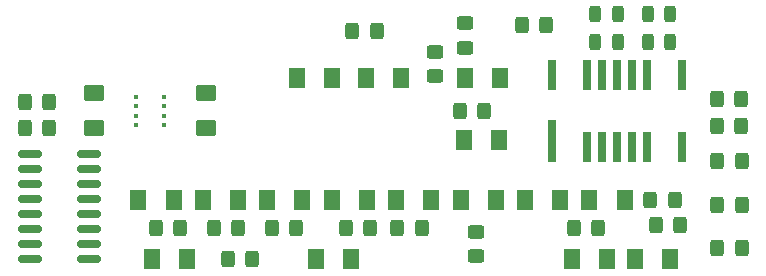
<source format=gbr>
%TF.GenerationSoftware,KiCad,Pcbnew,8.0.6*%
%TF.CreationDate,2024-11-19T00:52:39-05:00*%
%TF.ProjectId,tr109-sensorboard,74723130-392d-4736-956e-736f72626f61,4*%
%TF.SameCoordinates,Original*%
%TF.FileFunction,Paste,Top*%
%TF.FilePolarity,Positive*%
%FSLAX46Y46*%
G04 Gerber Fmt 4.6, Leading zero omitted, Abs format (unit mm)*
G04 Created by KiCad (PCBNEW 8.0.6) date 2024-11-19 00:52:39*
%MOMM*%
%LPD*%
G01*
G04 APERTURE LIST*
G04 Aperture macros list*
%AMRoundRect*
0 Rectangle with rounded corners*
0 $1 Rounding radius*
0 $2 $3 $4 $5 $6 $7 $8 $9 X,Y pos of 4 corners*
0 Add a 4 corners polygon primitive as box body*
4,1,4,$2,$3,$4,$5,$6,$7,$8,$9,$2,$3,0*
0 Add four circle primitives for the rounded corners*
1,1,$1+$1,$2,$3*
1,1,$1+$1,$4,$5*
1,1,$1+$1,$6,$7*
1,1,$1+$1,$8,$9*
0 Add four rect primitives between the rounded corners*
20,1,$1+$1,$2,$3,$4,$5,0*
20,1,$1+$1,$4,$5,$6,$7,0*
20,1,$1+$1,$6,$7,$8,$9,0*
20,1,$1+$1,$8,$9,$2,$3,0*%
G04 Aperture macros list end*
%ADD10R,0.400000X0.400000*%
%ADD11RoundRect,0.249999X-0.325001X-0.450001X0.325001X-0.450001X0.325001X0.450001X-0.325001X0.450001X0*%
%ADD12RoundRect,0.250000X0.462500X0.625000X-0.462500X0.625000X-0.462500X-0.625000X0.462500X-0.625000X0*%
%ADD13RoundRect,0.250000X-0.462500X-0.625000X0.462500X-0.625000X0.462500X0.625000X-0.462500X0.625000X0*%
%ADD14RoundRect,0.150000X-0.825000X-0.150000X0.825000X-0.150000X0.825000X0.150000X-0.825000X0.150000X0*%
%ADD15R,0.800000X3.600000*%
%ADD16R,0.700000X2.600000*%
%ADD17R,0.800000X2.600000*%
%ADD18RoundRect,0.250000X0.625000X-0.462500X0.625000X0.462500X-0.625000X0.462500X-0.625000X-0.462500X0*%
%ADD19RoundRect,0.249999X0.325001X0.450001X-0.325001X0.450001X-0.325001X-0.450001X0.325001X-0.450001X0*%
%ADD20RoundRect,0.243750X0.243750X0.456250X-0.243750X0.456250X-0.243750X-0.456250X0.243750X-0.456250X0*%
%ADD21RoundRect,0.249999X0.450001X-0.325001X0.450001X0.325001X-0.450001X0.325001X-0.450001X-0.325001X0*%
G04 APERTURE END LIST*
D10*
%TO.C,U1*%
X114649100Y-103724500D03*
X114649100Y-104524500D03*
X114649100Y-105324500D03*
X114649100Y-106124500D03*
X112249100Y-106124500D03*
X112249100Y-105324500D03*
X112249100Y-104524500D03*
X112249100Y-103724500D03*
%TD*%
D11*
%TO.C,R4*%
X155807300Y-112483900D03*
X157857300Y-112483900D03*
%TD*%
%TO.C,R6*%
X139691000Y-104902000D03*
X141741000Y-104902000D03*
%TD*%
D12*
%TO.C,D10*%
X134685100Y-102133400D03*
X131710100Y-102133400D03*
%TD*%
D13*
%TO.C,D12*%
X140043840Y-107358180D03*
X143018840Y-107358180D03*
%TD*%
%TO.C,D11*%
X140088620Y-102133400D03*
X143063620Y-102133400D03*
%TD*%
D12*
%TO.C,D9*%
X128881200Y-102133400D03*
X125906200Y-102133400D03*
%TD*%
D13*
%TO.C,D15*%
X149164980Y-117472460D03*
X152139980Y-117472460D03*
%TD*%
D12*
%TO.C,D16*%
X157440960Y-117472460D03*
X154465960Y-117472460D03*
%TD*%
D11*
%TO.C,R5*%
X130572400Y-98145600D03*
X132622400Y-98145600D03*
%TD*%
D14*
%TO.C,U2*%
X103290600Y-108610400D03*
X103290600Y-109880400D03*
X103290600Y-111150400D03*
X103290600Y-112420400D03*
X103290600Y-113690400D03*
X103290600Y-114960400D03*
X103290600Y-116230400D03*
X103290600Y-117500400D03*
X108240600Y-117500400D03*
X108240600Y-116230400D03*
X108240600Y-114960400D03*
X108240600Y-113690400D03*
X108240600Y-112420400D03*
X108240600Y-111150400D03*
X108240600Y-109880400D03*
X108240600Y-108610400D03*
%TD*%
D11*
%TO.C,R10*%
X161421940Y-103949500D03*
X163471940Y-103949500D03*
%TD*%
D15*
%TO.C,U3*%
X147509600Y-107477400D03*
D16*
X150469600Y-107977400D03*
X151739600Y-107977400D03*
X153009600Y-107977400D03*
X154279600Y-107977400D03*
X155549600Y-107977400D03*
D17*
X158509600Y-107977400D03*
X158509600Y-101877400D03*
D16*
X155549600Y-101877400D03*
X154279600Y-101877400D03*
X153009600Y-101877400D03*
X151739600Y-101877400D03*
X150469600Y-101877400D03*
D17*
X147509600Y-101877400D03*
%TD*%
D18*
%TO.C,D17*%
X108686600Y-106389500D03*
X108686600Y-103414500D03*
%TD*%
%TO.C,D18*%
X118211600Y-106389500D03*
X118211600Y-103414500D03*
%TD*%
D19*
%TO.C,R11*%
X104915000Y-106370000D03*
X102865000Y-106370000D03*
%TD*%
D20*
%TO.C,C4*%
X153032700Y-99085400D03*
X151157700Y-99085400D03*
%TD*%
%TO.C,C3*%
X153032700Y-96738440D03*
X151157700Y-96738440D03*
%TD*%
D11*
%TO.C,R3*%
X144948800Y-97663000D03*
X146998800Y-97663000D03*
%TD*%
D20*
%TO.C,C1*%
X157477700Y-96738440D03*
X155602700Y-96738440D03*
%TD*%
%TO.C,C2*%
X157477700Y-99085400D03*
X155602700Y-99085400D03*
%TD*%
D11*
%TO.C,R2*%
X161484200Y-112852200D03*
X163534200Y-112852200D03*
%TD*%
%TO.C,R8*%
X161484200Y-116522500D03*
X163534200Y-116522500D03*
%TD*%
%TO.C,R1*%
X161484200Y-109181900D03*
X163534200Y-109181900D03*
%TD*%
D12*
%TO.C,D8*%
X153620800Y-112483900D03*
X150645800Y-112483900D03*
%TD*%
%TO.C,D7*%
X148167052Y-112483900D03*
X145192052Y-112483900D03*
%TD*%
%TO.C,D6*%
X142713310Y-112483900D03*
X139738310Y-112483900D03*
%TD*%
%TO.C,D5*%
X137259568Y-112483900D03*
X134284568Y-112483900D03*
%TD*%
%TO.C,D1*%
X115444600Y-112483900D03*
X112469600Y-112483900D03*
%TD*%
%TO.C,D2*%
X120898342Y-112483900D03*
X117923342Y-112483900D03*
%TD*%
%TO.C,D3*%
X126352084Y-112483900D03*
X123377084Y-112483900D03*
%TD*%
%TO.C,D4*%
X131805826Y-112483900D03*
X128830826Y-112483900D03*
%TD*%
D11*
%TO.C,R9*%
X161421940Y-106184700D03*
X163471940Y-106184700D03*
%TD*%
D21*
%TO.C,R7*%
X141071600Y-117216060D03*
X141071600Y-115166060D03*
%TD*%
D12*
%TO.C,D13*%
X116579980Y-117472460D03*
X113604980Y-117472460D03*
%TD*%
D19*
%TO.C,R14*%
X125802500Y-114833400D03*
X123752500Y-114833400D03*
%TD*%
%TO.C,R15*%
X132101700Y-114833400D03*
X130051700Y-114833400D03*
%TD*%
%TO.C,R16*%
X136445000Y-114833400D03*
X134395000Y-114833400D03*
%TD*%
D21*
%TO.C,R17*%
X137541000Y-101990000D03*
X137541000Y-99940000D03*
%TD*%
D11*
%TO.C,R18*%
X149330300Y-114846100D03*
X151380300Y-114846100D03*
%TD*%
D21*
%TO.C,R19*%
X140081000Y-99564300D03*
X140081000Y-97514300D03*
%TD*%
D11*
%TO.C,R20*%
X156264500Y-114579400D03*
X158314500Y-114579400D03*
%TD*%
D19*
%TO.C,R13*%
X120900300Y-114833400D03*
X118850300Y-114833400D03*
%TD*%
D11*
%TO.C,R12*%
X113925000Y-114833400D03*
X115975000Y-114833400D03*
%TD*%
D12*
%TO.C,D14*%
X130486480Y-117472460D03*
X127511480Y-117472460D03*
%TD*%
D19*
%TO.C,R22*%
X104915000Y-104150000D03*
X102865000Y-104150000D03*
%TD*%
D11*
%TO.C,R21*%
X120015000Y-117460000D03*
X122065000Y-117460000D03*
%TD*%
M02*

</source>
